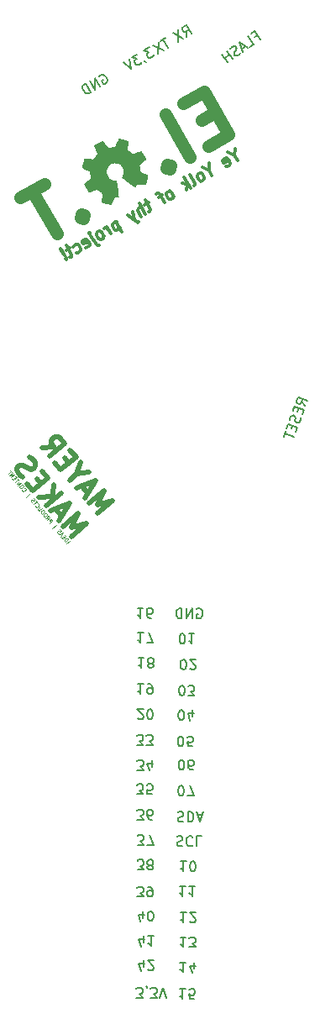
<source format=gbr>
G04 #@! TF.GenerationSoftware,KiCad,Pcbnew,5.1.5+dfsg1-2build2*
G04 #@! TF.CreationDate,2020-11-24T14:56:23+01:00*
G04 #@! TF.ProjectId,GreenEggs_and_Clem,47726565-6e45-4676-9773-5f616e645f43,v0.1*
G04 #@! TF.SameCoordinates,Original*
G04 #@! TF.FileFunction,Legend,Bot*
G04 #@! TF.FilePolarity,Positive*
%FSLAX46Y46*%
G04 Gerber Fmt 4.6, Leading zero omitted, Abs format (unit mm)*
G04 Created by KiCad (PCBNEW 5.1.5+dfsg1-2build2) date 2020-11-24 14:56:23*
%MOMM*%
%LPD*%
G04 APERTURE LIST*
%ADD10C,0.500000*%
%ADD11C,0.100000*%
%ADD12C,0.150000*%
%ADD13C,0.300000*%
%ADD14C,1.250000*%
%ADD15C,0.010000*%
G04 APERTURE END LIST*
D10*
X137680925Y-98706544D02*
X139213014Y-97420969D01*
X137690139Y-97828540D01*
X138355963Y-96399576D01*
X136823875Y-97685151D01*
X136710653Y-96661235D02*
X136098475Y-95931668D01*
X136395349Y-97174455D02*
X137498913Y-95378183D01*
X135538299Y-96153062D01*
X135594469Y-94738361D02*
X134864903Y-95350540D01*
X136825517Y-94575661D02*
X135594469Y-94738361D01*
X135968467Y-93554268D01*
X134810375Y-93655750D02*
X134381850Y-93145054D01*
X133395674Y-93599581D02*
X134007853Y-94329147D01*
X135539942Y-93043572D01*
X134927763Y-92314006D01*
X132110099Y-92067492D02*
X133268190Y-91966010D01*
X132844713Y-92942971D02*
X134376802Y-91657396D01*
X133887059Y-91073743D01*
X133691667Y-90989048D01*
X133557492Y-90977309D01*
X133350361Y-91026788D01*
X133131491Y-91210442D01*
X133046796Y-91405834D01*
X133035057Y-91540009D01*
X133084536Y-91747140D01*
X133574279Y-92330793D01*
X135060987Y-101029257D02*
X136593075Y-99743682D01*
X135070201Y-100151254D01*
X135736025Y-98722290D01*
X134203936Y-100007865D01*
X134090715Y-98983948D02*
X133478537Y-98254382D01*
X133775411Y-99497169D02*
X134878975Y-97700897D01*
X132918361Y-98475776D01*
X132489836Y-97965080D02*
X134021925Y-96679504D01*
X131755222Y-97089600D02*
X133181662Y-97011595D01*
X133287311Y-95804025D02*
X133146446Y-97414119D01*
X132006784Y-95759594D02*
X131578259Y-95248898D01*
X130592082Y-95703425D02*
X131204261Y-96432991D01*
X132736350Y-95147416D01*
X132124171Y-94417849D01*
X130175296Y-95058554D02*
X129918686Y-94900902D01*
X129612596Y-94536119D01*
X129563117Y-94328988D01*
X129574856Y-94194813D01*
X129659551Y-93999421D01*
X129805465Y-93876985D01*
X130012596Y-93827506D01*
X130146770Y-93839245D01*
X130342163Y-93923940D01*
X130659991Y-94154549D01*
X130855383Y-94239244D01*
X130989557Y-94250983D01*
X131196689Y-94201504D01*
X131342602Y-94079068D01*
X131427297Y-93883676D01*
X131439036Y-93749501D01*
X131389557Y-93542370D01*
X131083467Y-93177587D01*
X130826857Y-93019935D01*
D11*
X134568366Y-101724188D02*
X134874784Y-101467073D01*
X134445930Y-101578274D02*
X134752348Y-101321159D01*
X134691130Y-101248203D01*
X134639808Y-101216672D01*
X134586138Y-101211977D01*
X134544712Y-101221873D01*
X134474103Y-101256256D01*
X134430329Y-101292986D01*
X134384207Y-101356552D01*
X134367268Y-101395630D01*
X134362573Y-101449300D01*
X134384712Y-101505318D01*
X134445930Y-101578274D01*
X134349319Y-101137177D02*
X134263614Y-101035038D01*
X134066379Y-101125943D02*
X134188815Y-101271857D01*
X134495233Y-101014741D01*
X134372797Y-100868828D01*
X134055979Y-100935751D02*
X133933543Y-100789838D01*
X133992918Y-101038395D02*
X134213631Y-100679141D01*
X133821508Y-100834117D01*
X133762638Y-100734325D02*
X133711316Y-100702795D01*
X133650098Y-100629838D01*
X133640202Y-100588412D01*
X133642550Y-100561577D01*
X133659489Y-100522499D01*
X133688671Y-100498012D01*
X133730098Y-100488116D01*
X133756932Y-100490464D01*
X133796011Y-100507403D01*
X133859577Y-100553524D01*
X133898655Y-100570463D01*
X133925490Y-100572811D01*
X133966916Y-100562915D01*
X133996099Y-100538428D01*
X134013038Y-100499350D01*
X134015386Y-100472515D01*
X134005490Y-100431089D01*
X133944272Y-100358132D01*
X133892950Y-100326602D01*
X133131677Y-100219438D02*
X133569417Y-99852131D01*
X132854265Y-99681402D02*
X133160683Y-99424287D01*
X133062735Y-99307557D01*
X133023656Y-99290618D01*
X132996821Y-99288270D01*
X132955395Y-99298166D01*
X132911621Y-99334896D01*
X132894682Y-99373975D01*
X132892334Y-99400810D01*
X132902230Y-99442236D01*
X133000179Y-99558967D01*
X132450228Y-99199889D02*
X132681846Y-99179592D01*
X132597150Y-99374985D02*
X132903568Y-99117870D01*
X132805620Y-99001139D01*
X132766541Y-98984200D01*
X132739706Y-98981852D01*
X132698280Y-98991748D01*
X132654506Y-99028479D01*
X132637567Y-99067557D01*
X132635219Y-99094392D01*
X132645115Y-99135818D01*
X132743064Y-99252549D01*
X132597479Y-98753086D02*
X132548505Y-98694721D01*
X132509426Y-98677782D01*
X132455756Y-98673087D01*
X132385147Y-98707470D01*
X132283008Y-98793175D01*
X132236886Y-98856740D01*
X132232191Y-98910410D01*
X132242087Y-98951836D01*
X132291061Y-99010202D01*
X132330140Y-99027141D01*
X132383809Y-99031836D01*
X132454418Y-98997453D01*
X132556557Y-98911748D01*
X132602679Y-98848182D01*
X132607375Y-98794513D01*
X132597479Y-98753086D01*
X132070677Y-98747558D02*
X132377095Y-98490443D01*
X132315877Y-98417486D01*
X132264555Y-98385956D01*
X132210885Y-98381260D01*
X132169459Y-98391156D01*
X132098850Y-98425539D01*
X132055076Y-98462270D01*
X132008954Y-98525835D01*
X131992015Y-98564914D01*
X131987319Y-98618584D01*
X132009459Y-98674601D01*
X132070677Y-98747558D01*
X132119979Y-98184025D02*
X131871927Y-98392166D01*
X131830501Y-98402061D01*
X131803666Y-98399714D01*
X131764587Y-98382775D01*
X131715613Y-98324409D01*
X131705717Y-98282983D01*
X131708065Y-98256148D01*
X131725004Y-98217070D01*
X131973057Y-98008929D01*
X131426463Y-97920548D02*
X131424115Y-97947383D01*
X131446254Y-98003400D01*
X131470742Y-98032583D01*
X131522064Y-98064113D01*
X131575733Y-98068809D01*
X131617160Y-98058913D01*
X131687769Y-98024530D01*
X131731543Y-97987799D01*
X131777664Y-97924234D01*
X131794603Y-97885155D01*
X131799299Y-97831485D01*
X131777159Y-97775468D01*
X131752672Y-97746285D01*
X131701350Y-97714755D01*
X131674515Y-97712407D01*
X131630237Y-97600372D02*
X131483314Y-97425276D01*
X131250357Y-97769939D02*
X131556775Y-97512824D01*
X131118026Y-97582600D02*
X131066704Y-97551069D01*
X131005486Y-97478113D01*
X130995590Y-97436686D01*
X130997938Y-97409852D01*
X131014877Y-97370773D01*
X131044059Y-97346286D01*
X131085486Y-97336390D01*
X131112321Y-97338738D01*
X131151399Y-97355677D01*
X131214965Y-97401799D01*
X131254043Y-97418738D01*
X131280878Y-97421085D01*
X131322304Y-97411190D01*
X131351487Y-97386702D01*
X131368426Y-97347624D01*
X131370774Y-97320789D01*
X131360878Y-97279363D01*
X131299660Y-97206406D01*
X131248338Y-97174876D01*
X130487065Y-97067713D02*
X130924805Y-96700405D01*
X130091913Y-96330094D02*
X130089566Y-96356929D01*
X130111705Y-96412946D01*
X130136192Y-96442129D01*
X130187514Y-96473659D01*
X130241184Y-96478355D01*
X130282610Y-96468459D01*
X130353219Y-96434076D01*
X130396993Y-96397345D01*
X130443115Y-96333779D01*
X130460054Y-96294701D01*
X130464749Y-96241031D01*
X130442610Y-96185014D01*
X130418123Y-96155831D01*
X130366801Y-96124301D01*
X130339966Y-96121953D01*
X130209982Y-95907779D02*
X130161008Y-95849413D01*
X130121929Y-95832474D01*
X130068259Y-95827779D01*
X129997651Y-95862162D01*
X129895511Y-95947867D01*
X129849390Y-96011432D01*
X129844694Y-96065102D01*
X129854590Y-96106528D01*
X129903564Y-96164894D01*
X129942643Y-96181833D01*
X129996312Y-96186528D01*
X130066921Y-96152145D01*
X130169061Y-96066440D01*
X130215182Y-96002875D01*
X130219878Y-95949205D01*
X130209982Y-95907779D01*
X129683180Y-95902250D02*
X129989598Y-95645135D01*
X129536257Y-95727154D01*
X129842675Y-95470039D01*
X129756970Y-95367900D02*
X129610047Y-95192804D01*
X129377091Y-95537467D02*
X129683508Y-95280352D01*
X129378429Y-95213100D02*
X129292724Y-95110961D01*
X129095488Y-95201866D02*
X129217924Y-95347780D01*
X129524342Y-95090664D01*
X129401906Y-94944751D01*
X128985296Y-95070544D02*
X129291714Y-94813429D01*
X128838373Y-94895449D01*
X129144791Y-94638333D01*
X129059086Y-94536194D02*
X128912163Y-94361098D01*
X128679207Y-94705761D02*
X128985625Y-94448646D01*
D12*
X146650528Y-50658440D02*
X146701107Y-50079380D01*
X147145399Y-50372725D02*
X146645399Y-49506700D01*
X146315485Y-49697176D01*
X146256816Y-49786034D01*
X146239386Y-49851083D01*
X146245766Y-49957371D01*
X146317194Y-50081089D01*
X146406053Y-50139758D01*
X146471101Y-50157188D01*
X146577390Y-50150808D01*
X146907304Y-49960332D01*
X145861852Y-49959081D02*
X145784502Y-51158440D01*
X145284502Y-50292414D02*
X146361852Y-50825106D01*
X144576019Y-50784795D02*
X144081147Y-51070509D01*
X144828583Y-51793678D02*
X144328583Y-50927652D01*
X143874951Y-51189557D02*
X143797600Y-52388916D01*
X143297600Y-51522890D02*
X144374951Y-52055582D01*
X142924608Y-51717652D02*
X142388497Y-52027176D01*
X142867649Y-52190424D01*
X142743931Y-52261852D01*
X142685262Y-52350711D01*
X142667832Y-52415760D01*
X142674212Y-52522048D01*
X142793259Y-52728244D01*
X142882118Y-52786913D01*
X142947167Y-52804343D01*
X143053455Y-52797963D01*
X143300891Y-52655106D01*
X143359560Y-52566248D01*
X143376989Y-52501199D01*
X142452295Y-53090057D02*
X142476104Y-53131297D01*
X142564963Y-53189966D01*
X142630012Y-53207396D01*
X141687429Y-52431938D02*
X141151318Y-52741462D01*
X141630470Y-52904710D01*
X141506752Y-52976138D01*
X141448083Y-53064996D01*
X141430653Y-53130045D01*
X141437033Y-53236333D01*
X141556080Y-53442530D01*
X141644939Y-53501199D01*
X141709987Y-53518629D01*
X141816276Y-53512249D01*
X142063711Y-53369392D01*
X142122380Y-53280534D01*
X142139810Y-53215485D01*
X140903882Y-52884319D02*
X141115207Y-53917011D01*
X140326532Y-53217652D01*
X137859828Y-54646034D02*
X137918497Y-54557176D01*
X138042215Y-54485747D01*
X138189743Y-54455558D01*
X138319840Y-54490418D01*
X138408699Y-54549087D01*
X138545176Y-54690235D01*
X138616605Y-54813952D01*
X138670604Y-55002719D01*
X138676983Y-55109007D01*
X138642124Y-55239105D01*
X138542215Y-55351773D01*
X138459737Y-55399392D01*
X138312209Y-55429581D01*
X138247161Y-55412151D01*
X138080494Y-55123476D01*
X138245451Y-55028238D01*
X137923626Y-55708916D02*
X137423626Y-54842890D01*
X137428754Y-55994630D01*
X136928754Y-55128605D01*
X137016361Y-56232725D02*
X136516361Y-55366700D01*
X136310165Y-55485747D01*
X136210256Y-55598415D01*
X136175397Y-55728513D01*
X136181776Y-55834801D01*
X136235775Y-56023568D01*
X136307204Y-56147286D01*
X136443681Y-56288434D01*
X136532539Y-56347103D01*
X136662637Y-56381962D01*
X136810165Y-56351773D01*
X137016361Y-56232725D01*
D13*
X151517506Y-62650970D02*
X151803221Y-63145842D01*
X151549631Y-61906611D02*
X151517506Y-62650970D01*
X150856810Y-62306611D01*
X150685932Y-63724926D02*
X150813477Y-63717270D01*
X151011426Y-63602985D01*
X151081829Y-63496355D01*
X151074173Y-63368809D01*
X150845602Y-62972912D01*
X150738972Y-62902509D01*
X150611426Y-62910164D01*
X150413477Y-63024450D01*
X150343074Y-63131080D01*
X150350730Y-63258626D01*
X150407873Y-63357600D01*
X150959887Y-63170860D01*
X148944174Y-64136684D02*
X149229888Y-64631556D01*
X148976298Y-63392326D02*
X148944174Y-64136684D01*
X148283478Y-63792326D01*
X148388606Y-65117270D02*
X148459009Y-65010640D01*
X148479925Y-64932582D01*
X148472269Y-64805036D01*
X148300841Y-64508113D01*
X148194211Y-64437710D01*
X148116152Y-64416794D01*
X147988606Y-64424450D01*
X147840145Y-64510164D01*
X147769742Y-64616794D01*
X147748826Y-64694853D01*
X147756482Y-64822399D01*
X147927910Y-65119322D01*
X148034540Y-65189725D01*
X148112599Y-65210640D01*
X148240145Y-65202985D01*
X148388606Y-65117270D01*
X147448350Y-65660128D02*
X147518753Y-65553498D01*
X147511097Y-65425952D01*
X146996812Y-64535183D01*
X147052453Y-65888699D02*
X146452453Y-64849469D01*
X146724907Y-65549945D02*
X146656555Y-66117270D01*
X146256555Y-65424450D02*
X146881024Y-65591776D01*
X145270915Y-66917270D02*
X145341318Y-66810640D01*
X145362233Y-66732582D01*
X145354578Y-66605036D01*
X145183149Y-66308113D01*
X145076519Y-66237710D01*
X144998460Y-66216794D01*
X144870915Y-66224450D01*
X144722453Y-66310164D01*
X144652050Y-66416794D01*
X144631135Y-66494853D01*
X144638790Y-66622399D01*
X144810219Y-66919322D01*
X144916849Y-66989725D01*
X144994907Y-67010640D01*
X145122453Y-67002985D01*
X145270915Y-66917270D01*
X144227582Y-66595879D02*
X143831684Y-66824450D01*
X144479120Y-67374413D02*
X143964834Y-66483644D01*
X143858204Y-66413241D01*
X143730659Y-66420897D01*
X143631684Y-66478040D01*
X142841941Y-67395879D02*
X142446044Y-67624450D01*
X142493479Y-67135183D02*
X143007765Y-68025952D01*
X143015421Y-68153498D01*
X142945018Y-68260128D01*
X142846044Y-68317270D01*
X142499633Y-68517270D02*
X141899633Y-67478040D01*
X142054249Y-68774413D02*
X141739963Y-68230054D01*
X141732308Y-68102509D01*
X141802710Y-67995879D01*
X141951172Y-67910164D01*
X142078718Y-67902509D01*
X142156776Y-67923424D01*
X141258352Y-68310164D02*
X141410916Y-69145842D01*
X140763480Y-68595879D02*
X141410916Y-69145842D01*
X141652747Y-69336135D01*
X141730806Y-69357051D01*
X141858352Y-69349395D01*
X139575788Y-69281593D02*
X140175788Y-70320823D01*
X139604359Y-69331080D02*
X139476814Y-69338736D01*
X139278865Y-69453022D01*
X139208462Y-69559652D01*
X139187546Y-69637710D01*
X139195202Y-69765256D01*
X139366631Y-70062179D01*
X139473261Y-70132582D01*
X139551319Y-70153498D01*
X139678865Y-70145842D01*
X139876814Y-70031556D01*
X139947217Y-69924926D01*
X139035532Y-70517270D02*
X138635532Y-69824450D01*
X138749818Y-70022399D02*
X138643187Y-69951996D01*
X138565129Y-69931080D01*
X138437583Y-69938736D01*
X138338609Y-69995879D01*
X138243737Y-70974413D02*
X138314140Y-70867783D01*
X138335056Y-70789725D01*
X138327400Y-70662179D01*
X138155972Y-70365256D01*
X138049342Y-70294853D01*
X137971283Y-70273937D01*
X137843737Y-70281593D01*
X137695276Y-70367307D01*
X137624873Y-70473937D01*
X137603957Y-70551996D01*
X137611613Y-70679542D01*
X137783041Y-70976465D01*
X137889671Y-71046868D01*
X137967730Y-71067783D01*
X138095276Y-71060128D01*
X138243737Y-70974413D01*
X137051942Y-70738736D02*
X137566228Y-71629505D01*
X137672858Y-71699908D01*
X137800404Y-71692252D01*
X137849891Y-71663681D01*
X136851942Y-70392326D02*
X136930001Y-70413241D01*
X136909085Y-70491300D01*
X136831027Y-70470384D01*
X136851942Y-70392326D01*
X136909085Y-70491300D01*
X136532602Y-71896355D02*
X136660148Y-71888699D01*
X136858097Y-71774413D01*
X136928499Y-71667783D01*
X136920844Y-71540238D01*
X136692272Y-71144340D01*
X136585642Y-71073937D01*
X136458097Y-71081593D01*
X136260148Y-71195879D01*
X136189745Y-71302509D01*
X136197401Y-71430054D01*
X136254543Y-71529029D01*
X136806558Y-71342289D01*
X135592346Y-72439212D02*
X135719892Y-72431556D01*
X135917840Y-72317270D01*
X135988243Y-72210640D01*
X136009159Y-72132582D01*
X136001503Y-72005036D01*
X135830075Y-71708113D01*
X135723445Y-71637710D01*
X135645386Y-71616794D01*
X135517840Y-71624450D01*
X135319892Y-71738736D01*
X135249489Y-71845366D01*
X134923994Y-71967307D02*
X134528097Y-72195879D01*
X134575533Y-71706611D02*
X135089819Y-72597380D01*
X135097474Y-72724926D01*
X135027071Y-72831556D01*
X134928097Y-72888699D01*
X134524544Y-72989725D02*
X134503628Y-73067783D01*
X134581687Y-73088699D01*
X134602603Y-73010640D01*
X134524544Y-72989725D01*
X134581687Y-73088699D01*
X134353115Y-72692802D02*
X134059745Y-72070384D01*
X133981687Y-72049469D01*
X133960771Y-72127527D01*
X134353115Y-72692802D01*
X133981687Y-72049469D01*
D14*
X149620977Y-58242133D02*
X148177601Y-59075467D01*
X148868535Y-61700771D02*
X150930501Y-60510295D01*
X148430501Y-56180168D01*
X146368535Y-57370644D01*
X147012767Y-62772200D02*
X144512767Y-58442073D01*
X144712706Y-63550283D02*
X144625557Y-63875527D01*
X144950801Y-63962676D01*
X145037950Y-63637432D01*
X144712706Y-63550283D01*
X144950801Y-63962676D01*
X136052452Y-68550283D02*
X135965303Y-68875527D01*
X136290547Y-68962676D01*
X136377696Y-68637432D01*
X136052452Y-68550283D01*
X136290547Y-68962676D01*
X132347172Y-65465882D02*
X129872813Y-66894454D01*
X133609993Y-70510295D02*
X131109993Y-66180168D01*
D12*
X141690474Y-137327616D02*
X142309521Y-137327616D01*
X141976188Y-136946663D01*
X142119045Y-136946663D01*
X142214283Y-136899044D01*
X142261902Y-136851425D01*
X142309521Y-136756187D01*
X142309521Y-136518092D01*
X142261902Y-136422854D01*
X142214283Y-136375235D01*
X142119045Y-136327616D01*
X141833331Y-136327616D01*
X141738093Y-136375235D01*
X141690474Y-136422854D01*
X142785712Y-136327616D02*
X142976188Y-136327616D01*
X143071426Y-136375235D01*
X143119045Y-136422854D01*
X143214283Y-136565711D01*
X143261902Y-136756187D01*
X143261902Y-137137139D01*
X143214283Y-137232377D01*
X143166664Y-137279997D01*
X143071426Y-137327616D01*
X142880950Y-137327616D01*
X142785712Y-137279997D01*
X142738093Y-137232377D01*
X142690474Y-137137139D01*
X142690474Y-136899044D01*
X142738093Y-136803806D01*
X142785712Y-136756187D01*
X142880950Y-136708568D01*
X143071426Y-136708568D01*
X143166664Y-136756187D01*
X143214283Y-136803806D01*
X143261902Y-136899044D01*
X141700475Y-129557618D02*
X142319522Y-129557618D01*
X141986189Y-129176665D01*
X142129046Y-129176665D01*
X142224284Y-129129046D01*
X142271903Y-129081427D01*
X142319522Y-128986189D01*
X142319522Y-128748094D01*
X142271903Y-128652856D01*
X142224284Y-128605237D01*
X142129046Y-128557618D01*
X141843332Y-128557618D01*
X141748094Y-128605237D01*
X141700475Y-128652856D01*
X143176665Y-129557618D02*
X142986189Y-129557618D01*
X142890951Y-129509999D01*
X142843332Y-129462379D01*
X142748094Y-129319522D01*
X142700475Y-129129046D01*
X142700475Y-128748094D01*
X142748094Y-128652856D01*
X142795713Y-128605237D01*
X142890951Y-128557618D01*
X143081427Y-128557618D01*
X143176665Y-128605237D01*
X143224284Y-128652856D01*
X143271903Y-128748094D01*
X143271903Y-128986189D01*
X143224284Y-129081427D01*
X143176665Y-129129046D01*
X143081427Y-129176665D01*
X142890951Y-129176665D01*
X142795713Y-129129046D01*
X142748094Y-129081427D01*
X142700475Y-128986189D01*
X142314284Y-144424284D02*
X142314284Y-143757618D01*
X142076189Y-144805237D02*
X141838094Y-144090951D01*
X142457141Y-144090951D01*
X142790475Y-144662379D02*
X142838094Y-144709999D01*
X142933332Y-144757618D01*
X143171427Y-144757618D01*
X143266665Y-144709999D01*
X143314284Y-144662379D01*
X143361903Y-144567141D01*
X143361903Y-144471903D01*
X143314284Y-144329046D01*
X142742856Y-143757618D01*
X143361903Y-143757618D01*
X141700478Y-124577618D02*
X142319525Y-124577618D01*
X141986192Y-124196665D01*
X142129049Y-124196665D01*
X142224287Y-124149046D01*
X142271906Y-124101427D01*
X142319525Y-124006189D01*
X142319525Y-123768094D01*
X142271906Y-123672856D01*
X142224287Y-123625237D01*
X142129049Y-123577618D01*
X141843335Y-123577618D01*
X141748097Y-123625237D01*
X141700478Y-123672856D01*
X143176668Y-124244284D02*
X143176668Y-123577618D01*
X142938573Y-124625237D02*
X142700478Y-123910951D01*
X143319525Y-123910951D01*
X142284285Y-139464285D02*
X142284285Y-138797619D01*
X142046190Y-139845238D02*
X141808095Y-139130952D01*
X142427142Y-139130952D01*
X142998571Y-139797619D02*
X143093809Y-139797619D01*
X143189047Y-139750000D01*
X143236666Y-139702380D01*
X143284285Y-139607142D01*
X143331904Y-139416666D01*
X143331904Y-139178571D01*
X143284285Y-138988095D01*
X143236666Y-138892857D01*
X143189047Y-138845238D01*
X143093809Y-138797619D01*
X142998571Y-138797619D01*
X142903333Y-138845238D01*
X142855714Y-138892857D01*
X142808095Y-138988095D01*
X142760476Y-139178571D01*
X142760476Y-139416666D01*
X142808095Y-139607142D01*
X142855714Y-139702380D01*
X142903333Y-139750000D01*
X142998571Y-139797619D01*
X141720474Y-132097618D02*
X142339521Y-132097618D01*
X142006188Y-131716665D01*
X142149045Y-131716665D01*
X142244283Y-131669046D01*
X142291902Y-131621427D01*
X142339521Y-131526189D01*
X142339521Y-131288094D01*
X142291902Y-131192856D01*
X142244283Y-131145237D01*
X142149045Y-131097618D01*
X141863331Y-131097618D01*
X141768093Y-131145237D01*
X141720474Y-131192856D01*
X142672855Y-132097618D02*
X143339521Y-132097618D01*
X142910950Y-131097618D01*
X141720478Y-134617619D02*
X142339525Y-134617619D01*
X142006192Y-134236666D01*
X142149049Y-134236666D01*
X142244287Y-134189047D01*
X142291906Y-134141428D01*
X142339525Y-134046190D01*
X142339525Y-133808095D01*
X142291906Y-133712857D01*
X142244287Y-133665238D01*
X142149049Y-133617619D01*
X141863335Y-133617619D01*
X141768097Y-133665238D01*
X141720478Y-133712857D01*
X142910954Y-134189047D02*
X142815716Y-134236666D01*
X142768097Y-134284285D01*
X142720478Y-134379523D01*
X142720478Y-134427142D01*
X142768097Y-134522380D01*
X142815716Y-134570000D01*
X142910954Y-134617619D01*
X143101430Y-134617619D01*
X143196668Y-134570000D01*
X143244287Y-134522380D01*
X143291906Y-134427142D01*
X143291906Y-134379523D01*
X143244287Y-134284285D01*
X143196668Y-134236666D01*
X143101430Y-134189047D01*
X142910954Y-134189047D01*
X142815716Y-134141428D01*
X142768097Y-134093809D01*
X142720478Y-133998571D01*
X142720478Y-133808095D01*
X142768097Y-133712857D01*
X142815716Y-133665238D01*
X142910954Y-133617619D01*
X143101430Y-133617619D01*
X143196668Y-133665238D01*
X143244287Y-133712857D01*
X143291906Y-133808095D01*
X143291906Y-133998571D01*
X143244287Y-134093809D01*
X143196668Y-134141428D01*
X143101430Y-134189047D01*
X141680471Y-126997617D02*
X142299518Y-126997617D01*
X141966185Y-126616664D01*
X142109042Y-126616664D01*
X142204280Y-126569045D01*
X142251899Y-126521426D01*
X142299518Y-126426188D01*
X142299518Y-126188093D01*
X142251899Y-126092855D01*
X142204280Y-126045236D01*
X142109042Y-125997617D01*
X141823328Y-125997617D01*
X141728090Y-126045236D01*
X141680471Y-126092855D01*
X143204280Y-126997617D02*
X142728090Y-126997617D01*
X142680471Y-126521426D01*
X142728090Y-126569045D01*
X142823328Y-126616664D01*
X143061423Y-126616664D01*
X143156661Y-126569045D01*
X143204280Y-126521426D01*
X143251899Y-126426188D01*
X143251899Y-126188093D01*
X143204280Y-126092855D01*
X143156661Y-126045236D01*
X143061423Y-125997617D01*
X142823328Y-125997617D01*
X142728090Y-126045236D01*
X142680471Y-126092855D01*
X142309523Y-115887619D02*
X141738095Y-115887619D01*
X142023809Y-115887619D02*
X142023809Y-116887619D01*
X141928571Y-116744761D01*
X141833333Y-116649523D01*
X141738095Y-116601904D01*
X142785714Y-115887619D02*
X142976190Y-115887619D01*
X143071428Y-115935238D01*
X143119047Y-115982857D01*
X143214285Y-116125714D01*
X143261904Y-116316190D01*
X143261904Y-116697142D01*
X143214285Y-116792380D01*
X143166666Y-116840000D01*
X143071428Y-116887619D01*
X142880952Y-116887619D01*
X142785714Y-116840000D01*
X142738095Y-116792380D01*
X142690476Y-116697142D01*
X142690476Y-116459047D01*
X142738095Y-116363809D01*
X142785714Y-116316190D01*
X142880952Y-116268571D01*
X143071428Y-116268571D01*
X143166666Y-116316190D01*
X143214285Y-116363809D01*
X143261904Y-116459047D01*
X142314287Y-141964286D02*
X142314287Y-141297620D01*
X142076192Y-142345239D02*
X141838097Y-141630953D01*
X142457144Y-141630953D01*
X143361906Y-141297620D02*
X142790478Y-141297620D01*
X143076192Y-141297620D02*
X143076192Y-142297620D01*
X142980954Y-142154762D01*
X142885716Y-142059524D01*
X142790478Y-142011905D01*
X141623809Y-147517619D02*
X142242857Y-147517619D01*
X141909523Y-147136666D01*
X142052380Y-147136666D01*
X142147619Y-147089047D01*
X142195238Y-147041428D01*
X142242857Y-146946190D01*
X142242857Y-146708095D01*
X142195238Y-146612857D01*
X142147619Y-146565238D01*
X142052380Y-146517619D01*
X141766666Y-146517619D01*
X141671428Y-146565238D01*
X141623809Y-146612857D01*
X142719047Y-146565238D02*
X142719047Y-146517619D01*
X142671428Y-146422380D01*
X142623809Y-146374761D01*
X143052380Y-147517619D02*
X143671428Y-147517619D01*
X143338095Y-147136666D01*
X143480952Y-147136666D01*
X143576190Y-147089047D01*
X143623809Y-147041428D01*
X143671428Y-146946190D01*
X143671428Y-146708095D01*
X143623809Y-146612857D01*
X143576190Y-146565238D01*
X143480952Y-146517619D01*
X143195238Y-146517619D01*
X143100000Y-146565238D01*
X143052380Y-146612857D01*
X143957142Y-147517619D02*
X144290476Y-146517619D01*
X144623809Y-147517619D01*
X141670476Y-122037617D02*
X142289523Y-122037617D01*
X141956190Y-121656664D01*
X142099047Y-121656664D01*
X142194285Y-121609045D01*
X142241904Y-121561426D01*
X142289523Y-121466188D01*
X142289523Y-121228093D01*
X142241904Y-121132855D01*
X142194285Y-121085236D01*
X142099047Y-121037617D01*
X141813333Y-121037617D01*
X141718095Y-121085236D01*
X141670476Y-121132855D01*
X142622857Y-122037617D02*
X143241904Y-122037617D01*
X142908571Y-121656664D01*
X143051428Y-121656664D01*
X143146666Y-121609045D01*
X143194285Y-121561426D01*
X143241904Y-121466188D01*
X143241904Y-121228093D01*
X143194285Y-121132855D01*
X143146666Y-121085236D01*
X143051428Y-121037617D01*
X142765714Y-121037617D01*
X142670476Y-121085236D01*
X142622857Y-121132855D01*
X142389524Y-113267616D02*
X141818096Y-113267616D01*
X142103810Y-113267616D02*
X142103810Y-114267616D01*
X142008572Y-114124758D01*
X141913334Y-114029520D01*
X141818096Y-113981901D01*
X142960953Y-113839044D02*
X142865715Y-113886663D01*
X142818096Y-113934282D01*
X142770477Y-114029520D01*
X142770477Y-114077139D01*
X142818096Y-114172377D01*
X142865715Y-114219997D01*
X142960953Y-114267616D01*
X143151429Y-114267616D01*
X143246667Y-114219997D01*
X143294286Y-114172377D01*
X143341905Y-114077139D01*
X143341905Y-114029520D01*
X143294286Y-113934282D01*
X143246667Y-113886663D01*
X143151429Y-113839044D01*
X142960953Y-113839044D01*
X142865715Y-113791425D01*
X142818096Y-113743806D01*
X142770477Y-113648568D01*
X142770477Y-113458092D01*
X142818096Y-113362854D01*
X142865715Y-113315235D01*
X142960953Y-113267616D01*
X143151429Y-113267616D01*
X143246667Y-113315235D01*
X143294286Y-113362854D01*
X143341905Y-113458092D01*
X143341905Y-113648568D01*
X143294286Y-113743806D01*
X143246667Y-113791425D01*
X143151429Y-113839044D01*
X142289524Y-108247615D02*
X141718096Y-108247615D01*
X142003810Y-108247615D02*
X142003810Y-109247615D01*
X141908572Y-109104757D01*
X141813334Y-109009519D01*
X141718096Y-108961900D01*
X143146667Y-109247615D02*
X142956191Y-109247615D01*
X142860953Y-109199996D01*
X142813334Y-109152376D01*
X142718096Y-109009519D01*
X142670477Y-108819043D01*
X142670477Y-108438091D01*
X142718096Y-108342853D01*
X142765715Y-108295234D01*
X142860953Y-108247615D01*
X143051429Y-108247615D01*
X143146667Y-108295234D01*
X143194286Y-108342853D01*
X143241905Y-108438091D01*
X143241905Y-108676186D01*
X143194286Y-108771424D01*
X143146667Y-108819043D01*
X143051429Y-108866662D01*
X142860953Y-108866662D01*
X142765715Y-108819043D01*
X142718096Y-108771424D01*
X142670477Y-108676186D01*
X142319525Y-110747618D02*
X141748097Y-110747618D01*
X142033811Y-110747618D02*
X142033811Y-111747618D01*
X141938573Y-111604760D01*
X141843335Y-111509522D01*
X141748097Y-111461903D01*
X142652859Y-111747618D02*
X143319525Y-111747618D01*
X142890954Y-110747618D01*
X141758091Y-119352382D02*
X141805710Y-119400002D01*
X141900948Y-119447621D01*
X142139043Y-119447621D01*
X142234281Y-119400002D01*
X142281900Y-119352382D01*
X142329519Y-119257144D01*
X142329519Y-119161906D01*
X142281900Y-119019049D01*
X141710472Y-118447621D01*
X142329519Y-118447621D01*
X142948567Y-119447621D02*
X143043805Y-119447621D01*
X143139043Y-119400002D01*
X143186662Y-119352382D01*
X143234281Y-119257144D01*
X143281900Y-119066668D01*
X143281900Y-118828573D01*
X143234281Y-118638097D01*
X143186662Y-118542859D01*
X143139043Y-118495240D01*
X143043805Y-118447621D01*
X142948567Y-118447621D01*
X142853329Y-118495240D01*
X142805710Y-118542859D01*
X142758091Y-118638097D01*
X142710472Y-118828573D01*
X142710472Y-119066668D01*
X142758091Y-119257144D01*
X142805710Y-119352382D01*
X142853329Y-119400002D01*
X142948567Y-119447621D01*
X146306188Y-114427621D02*
X146401426Y-114427621D01*
X146496664Y-114380002D01*
X146544283Y-114332382D01*
X146591902Y-114237144D01*
X146639521Y-114046668D01*
X146639521Y-113808573D01*
X146591902Y-113618097D01*
X146544283Y-113522859D01*
X146496664Y-113475240D01*
X146401426Y-113427621D01*
X146306188Y-113427621D01*
X146210950Y-113475240D01*
X146163331Y-113522859D01*
X146115712Y-113618097D01*
X146068093Y-113808573D01*
X146068093Y-114046668D01*
X146115712Y-114237144D01*
X146163331Y-114332382D01*
X146210950Y-114380002D01*
X146306188Y-114427621D01*
X147020474Y-114332382D02*
X147068093Y-114380002D01*
X147163331Y-114427621D01*
X147401426Y-114427621D01*
X147496664Y-114380002D01*
X147544283Y-114332382D01*
X147591902Y-114237144D01*
X147591902Y-114141906D01*
X147544283Y-113999049D01*
X146972855Y-113427621D01*
X147591902Y-113427621D01*
X146186190Y-111837619D02*
X146281428Y-111837619D01*
X146376666Y-111790000D01*
X146424285Y-111742380D01*
X146471904Y-111647142D01*
X146519523Y-111456666D01*
X146519523Y-111218571D01*
X146471904Y-111028095D01*
X146424285Y-110932857D01*
X146376666Y-110885238D01*
X146281428Y-110837619D01*
X146186190Y-110837619D01*
X146090952Y-110885238D01*
X146043333Y-110932857D01*
X145995714Y-111028095D01*
X145948095Y-111218571D01*
X145948095Y-111456666D01*
X145995714Y-111647142D01*
X146043333Y-111742380D01*
X146090952Y-111790000D01*
X146186190Y-111837619D01*
X147471904Y-110837619D02*
X146900476Y-110837619D01*
X147186190Y-110837619D02*
X147186190Y-111837619D01*
X147090952Y-111694761D01*
X146995714Y-111599523D01*
X146900476Y-111551904D01*
X146076187Y-127157622D02*
X146171425Y-127157622D01*
X146266663Y-127110003D01*
X146314282Y-127062383D01*
X146361901Y-126967145D01*
X146409520Y-126776669D01*
X146409520Y-126538574D01*
X146361901Y-126348098D01*
X146314282Y-126252860D01*
X146266663Y-126205241D01*
X146171425Y-126157622D01*
X146076187Y-126157622D01*
X145980949Y-126205241D01*
X145933330Y-126252860D01*
X145885711Y-126348098D01*
X145838092Y-126538574D01*
X145838092Y-126776669D01*
X145885711Y-126967145D01*
X145933330Y-127062383D01*
X145980949Y-127110003D01*
X146076187Y-127157622D01*
X146742854Y-127157622D02*
X147409520Y-127157622D01*
X146980949Y-126157622D01*
X145699517Y-131285236D02*
X145842374Y-131237617D01*
X146080470Y-131237617D01*
X146175708Y-131285236D01*
X146223327Y-131332855D01*
X146270946Y-131428093D01*
X146270946Y-131523331D01*
X146223327Y-131618569D01*
X146175708Y-131666188D01*
X146080470Y-131713807D01*
X145889994Y-131761426D01*
X145794755Y-131809045D01*
X145747136Y-131856664D01*
X145699517Y-131951902D01*
X145699517Y-132047140D01*
X145747136Y-132142378D01*
X145794755Y-132189998D01*
X145889994Y-132237617D01*
X146128089Y-132237617D01*
X146270946Y-132189998D01*
X147270946Y-131332855D02*
X147223327Y-131285236D01*
X147080470Y-131237617D01*
X146985232Y-131237617D01*
X146842374Y-131285236D01*
X146747136Y-131380474D01*
X146699517Y-131475712D01*
X146651898Y-131666188D01*
X146651898Y-131809045D01*
X146699517Y-131999521D01*
X146747136Y-132094759D01*
X146842374Y-132189998D01*
X146985232Y-132237617D01*
X147080470Y-132237617D01*
X147223327Y-132189998D01*
X147270946Y-132142378D01*
X148175708Y-131237617D02*
X147699517Y-131237617D01*
X147699517Y-132237617D01*
X146549530Y-146637619D02*
X145978102Y-146637619D01*
X146263816Y-146637619D02*
X146263816Y-147637619D01*
X146168578Y-147494761D01*
X146073340Y-147399523D01*
X145978102Y-147351904D01*
X147454292Y-147637619D02*
X146978102Y-147637619D01*
X146930483Y-147161428D01*
X146978102Y-147209047D01*
X147073340Y-147256666D01*
X147311435Y-147256666D01*
X147406673Y-147209047D01*
X147454292Y-147161428D01*
X147501911Y-147066190D01*
X147501911Y-146828095D01*
X147454292Y-146732857D01*
X147406673Y-146685238D01*
X147311435Y-146637619D01*
X147073340Y-146637619D01*
X146978102Y-146685238D01*
X146930483Y-146732857D01*
X146096197Y-119537620D02*
X146191435Y-119537620D01*
X146286673Y-119490001D01*
X146334292Y-119442381D01*
X146381911Y-119347143D01*
X146429530Y-119156667D01*
X146429530Y-118918572D01*
X146381911Y-118728096D01*
X146334292Y-118632858D01*
X146286673Y-118585239D01*
X146191435Y-118537620D01*
X146096197Y-118537620D01*
X146000959Y-118585239D01*
X145953340Y-118632858D01*
X145905721Y-118728096D01*
X145858102Y-118918572D01*
X145858102Y-119156667D01*
X145905721Y-119347143D01*
X145953340Y-119442381D01*
X146000959Y-119490001D01*
X146096197Y-119537620D01*
X147286673Y-119204286D02*
X147286673Y-118537620D01*
X147048578Y-119585239D02*
X146810483Y-118870953D01*
X147429530Y-118870953D01*
X146599523Y-143957620D02*
X146028095Y-143957620D01*
X146313809Y-143957620D02*
X146313809Y-144957620D01*
X146218571Y-144814762D01*
X146123333Y-144719524D01*
X146028095Y-144671905D01*
X147456666Y-144624286D02*
X147456666Y-143957620D01*
X147218571Y-145005239D02*
X146980476Y-144290953D01*
X147599523Y-144290953D01*
X146036179Y-122177621D02*
X146131417Y-122177621D01*
X146226655Y-122130002D01*
X146274274Y-122082382D01*
X146321893Y-121987144D01*
X146369512Y-121796668D01*
X146369512Y-121558573D01*
X146321893Y-121368097D01*
X146274274Y-121272859D01*
X146226655Y-121225240D01*
X146131417Y-121177621D01*
X146036179Y-121177621D01*
X145940941Y-121225240D01*
X145893322Y-121272859D01*
X145845703Y-121368097D01*
X145798084Y-121558573D01*
X145798084Y-121796668D01*
X145845703Y-121987144D01*
X145893322Y-122082382D01*
X145940941Y-122130002D01*
X146036179Y-122177621D01*
X147274274Y-122177621D02*
X146798084Y-122177621D01*
X146750465Y-121701430D01*
X146798084Y-121749049D01*
X146893322Y-121796668D01*
X147131417Y-121796668D01*
X147226655Y-121749049D01*
X147274274Y-121701430D01*
X147321893Y-121606192D01*
X147321893Y-121368097D01*
X147274274Y-121272859D01*
X147226655Y-121225240D01*
X147131417Y-121177621D01*
X146893322Y-121177621D01*
X146798084Y-121225240D01*
X146750465Y-121272859D01*
X146156190Y-117047619D02*
X146251428Y-117047619D01*
X146346666Y-117000000D01*
X146394285Y-116952380D01*
X146441904Y-116857142D01*
X146489523Y-116666666D01*
X146489523Y-116428571D01*
X146441904Y-116238095D01*
X146394285Y-116142857D01*
X146346666Y-116095238D01*
X146251428Y-116047619D01*
X146156190Y-116047619D01*
X146060952Y-116095238D01*
X146013333Y-116142857D01*
X145965714Y-116238095D01*
X145918095Y-116428571D01*
X145918095Y-116666666D01*
X145965714Y-116857142D01*
X146013333Y-116952380D01*
X146060952Y-117000000D01*
X146156190Y-117047619D01*
X146822857Y-117047619D02*
X147441904Y-117047619D01*
X147108571Y-116666666D01*
X147251428Y-116666666D01*
X147346666Y-116619047D01*
X147394285Y-116571428D01*
X147441904Y-116476190D01*
X147441904Y-116238095D01*
X147394285Y-116142857D01*
X147346666Y-116095238D01*
X147251428Y-116047619D01*
X146965714Y-116047619D01*
X146870476Y-116095238D01*
X146822857Y-116142857D01*
X146619520Y-141407622D02*
X146048092Y-141407622D01*
X146333806Y-141407622D02*
X146333806Y-142407622D01*
X146238568Y-142264764D01*
X146143330Y-142169526D01*
X146048092Y-142121907D01*
X146952854Y-142407622D02*
X147571901Y-142407622D01*
X147238568Y-142026669D01*
X147381425Y-142026669D01*
X147476663Y-141979050D01*
X147524282Y-141931431D01*
X147571901Y-141836193D01*
X147571901Y-141598098D01*
X147524282Y-141502860D01*
X147476663Y-141455241D01*
X147381425Y-141407622D01*
X147095711Y-141407622D01*
X147000473Y-141455241D01*
X146952854Y-141502860D01*
X146569523Y-136277619D02*
X145998095Y-136277619D01*
X146283809Y-136277619D02*
X146283809Y-137277619D01*
X146188571Y-137134761D01*
X146093333Y-137039523D01*
X145998095Y-136991904D01*
X147521904Y-136277619D02*
X146950476Y-136277619D01*
X147236190Y-136277619D02*
X147236190Y-137277619D01*
X147140952Y-137134761D01*
X147045714Y-137039523D01*
X146950476Y-136991904D01*
X146649520Y-138937616D02*
X146078092Y-138937616D01*
X146363806Y-138937616D02*
X146363806Y-139937616D01*
X146268568Y-139794758D01*
X146173330Y-139699520D01*
X146078092Y-139651901D01*
X147030473Y-139842377D02*
X147078092Y-139889997D01*
X147173330Y-139937616D01*
X147411425Y-139937616D01*
X147506663Y-139889997D01*
X147554282Y-139842377D01*
X147601901Y-139747139D01*
X147601901Y-139651901D01*
X147554282Y-139509044D01*
X146982854Y-138937616D01*
X147601901Y-138937616D01*
X146116189Y-124547618D02*
X146211427Y-124547618D01*
X146306665Y-124499999D01*
X146354284Y-124452379D01*
X146401903Y-124357141D01*
X146449522Y-124166665D01*
X146449522Y-123928570D01*
X146401903Y-123738094D01*
X146354284Y-123642856D01*
X146306665Y-123595237D01*
X146211427Y-123547618D01*
X146116189Y-123547618D01*
X146020951Y-123595237D01*
X145973332Y-123642856D01*
X145925713Y-123738094D01*
X145878094Y-123928570D01*
X145878094Y-124166665D01*
X145925713Y-124357141D01*
X145973332Y-124452379D01*
X146020951Y-124499999D01*
X146116189Y-124547618D01*
X147306665Y-124547618D02*
X147116189Y-124547618D01*
X147020951Y-124499999D01*
X146973332Y-124452379D01*
X146878094Y-124309522D01*
X146830475Y-124119046D01*
X146830475Y-123738094D01*
X146878094Y-123642856D01*
X146925713Y-123595237D01*
X147020951Y-123547618D01*
X147211427Y-123547618D01*
X147306665Y-123595237D01*
X147354284Y-123642856D01*
X147401903Y-123738094D01*
X147401903Y-123976189D01*
X147354284Y-124071427D01*
X147306665Y-124119046D01*
X147211427Y-124166665D01*
X147020951Y-124166665D01*
X146925713Y-124119046D01*
X146878094Y-124071427D01*
X146830475Y-123976189D01*
X146649523Y-133767619D02*
X146078095Y-133767619D01*
X146363809Y-133767619D02*
X146363809Y-134767619D01*
X146268571Y-134624761D01*
X146173333Y-134529523D01*
X146078095Y-134481904D01*
X147268571Y-134767619D02*
X147363809Y-134767619D01*
X147459047Y-134720000D01*
X147506666Y-134672380D01*
X147554285Y-134577142D01*
X147601904Y-134386666D01*
X147601904Y-134148571D01*
X147554285Y-133958095D01*
X147506666Y-133862857D01*
X147459047Y-133815238D01*
X147363809Y-133767619D01*
X147268571Y-133767619D01*
X147173333Y-133815238D01*
X147125714Y-133862857D01*
X147078095Y-133958095D01*
X147030476Y-134148571D01*
X147030476Y-134386666D01*
X147078095Y-134577142D01*
X147125714Y-134672380D01*
X147173333Y-134720000D01*
X147268571Y-134767619D01*
X145795716Y-128835229D02*
X145938573Y-128787610D01*
X146176668Y-128787610D01*
X146271906Y-128835229D01*
X146319525Y-128882848D01*
X146367144Y-128978086D01*
X146367144Y-129073324D01*
X146319525Y-129168562D01*
X146271906Y-129216181D01*
X146176668Y-129263800D01*
X145986192Y-129311419D01*
X145890954Y-129359038D01*
X145843335Y-129406657D01*
X145795716Y-129501895D01*
X145795716Y-129597133D01*
X145843335Y-129692371D01*
X145890954Y-129739991D01*
X145986192Y-129787610D01*
X146224287Y-129787610D01*
X146367144Y-129739991D01*
X146795716Y-128787610D02*
X146795716Y-129787610D01*
X147033811Y-129787610D01*
X147176668Y-129739991D01*
X147271906Y-129644752D01*
X147319525Y-129549514D01*
X147367144Y-129359038D01*
X147367144Y-129216181D01*
X147319525Y-129025705D01*
X147271906Y-128930467D01*
X147176668Y-128835229D01*
X147033811Y-128787610D01*
X146795716Y-128787610D01*
X147748097Y-129073324D02*
X148224287Y-129073324D01*
X147652859Y-128787610D02*
X147986192Y-129787610D01*
X148319525Y-128787610D01*
X147711904Y-108330000D02*
X147807142Y-108282380D01*
X147950000Y-108282380D01*
X148092857Y-108330000D01*
X148188095Y-108425238D01*
X148235714Y-108520476D01*
X148283333Y-108710952D01*
X148283333Y-108853809D01*
X148235714Y-109044285D01*
X148188095Y-109139523D01*
X148092857Y-109234761D01*
X147950000Y-109282380D01*
X147854761Y-109282380D01*
X147711904Y-109234761D01*
X147664285Y-109187142D01*
X147664285Y-108853809D01*
X147854761Y-108853809D01*
X147235714Y-109282380D02*
X147235714Y-108282380D01*
X146664285Y-109282380D01*
X146664285Y-108282380D01*
X146188095Y-109282380D02*
X146188095Y-108282380D01*
X145950000Y-108282380D01*
X145807142Y-108330000D01*
X145711904Y-108425238D01*
X145664285Y-108520476D01*
X145616666Y-108710952D01*
X145616666Y-108853809D01*
X145664285Y-109044285D01*
X145711904Y-109139523D01*
X145807142Y-109234761D01*
X145950000Y-109282380D01*
X146188095Y-109282380D01*
D15*
G36*
X137543116Y-62055937D02*
G01*
X137692837Y-62482903D01*
X137488738Y-62747962D01*
X137284637Y-63013022D01*
X136837155Y-62980039D01*
X136712040Y-62971156D01*
X136599332Y-62963801D01*
X136504260Y-62958261D01*
X136432049Y-62954825D01*
X136387930Y-62953781D01*
X136376565Y-62954625D01*
X136366920Y-62974897D01*
X136350307Y-63025142D01*
X136328311Y-63099248D01*
X136302520Y-63191106D01*
X136274521Y-63294608D01*
X136245899Y-63403646D01*
X136218241Y-63512107D01*
X136193135Y-63613886D01*
X136172167Y-63702873D01*
X136156923Y-63772958D01*
X136148990Y-63818032D01*
X136148769Y-63831711D01*
X136168350Y-63845390D01*
X136216615Y-63872260D01*
X136288666Y-63909794D01*
X136379597Y-63955470D01*
X136484511Y-64006763D01*
X136544864Y-64035723D01*
X136654961Y-64088665D01*
X136753490Y-64136916D01*
X136835614Y-64178034D01*
X136896492Y-64209579D01*
X136931291Y-64229112D01*
X136937547Y-64233826D01*
X136941785Y-64255044D01*
X136949287Y-64305867D01*
X136959166Y-64379051D01*
X136970537Y-64467353D01*
X136982512Y-64563532D01*
X136994207Y-64660343D01*
X137004734Y-64750544D01*
X137013208Y-64826892D01*
X137018742Y-64882143D01*
X137020449Y-64909056D01*
X137020312Y-64910233D01*
X137006332Y-64923633D01*
X136968101Y-64957589D01*
X136909611Y-65008632D01*
X136834851Y-65073288D01*
X136747812Y-65148087D01*
X136696958Y-65191603D01*
X136604067Y-65271727D01*
X136520719Y-65345058D01*
X136451086Y-65407809D01*
X136399339Y-65456190D01*
X136369651Y-65486415D01*
X136364341Y-65493632D01*
X136369547Y-65518722D01*
X136391407Y-65569555D01*
X136426706Y-65640569D01*
X136472225Y-65726199D01*
X136524750Y-65820883D01*
X136581062Y-65919058D01*
X136637946Y-66015162D01*
X136692183Y-66103629D01*
X136740558Y-66178898D01*
X136779852Y-66235407D01*
X136806849Y-66267591D01*
X136814942Y-66272864D01*
X136842734Y-66268739D01*
X136898066Y-66253835D01*
X136973728Y-66230313D01*
X137062509Y-66200333D01*
X137093265Y-66189460D01*
X137241345Y-66136673D01*
X137358534Y-66095352D01*
X137448784Y-66064266D01*
X137516042Y-66042182D01*
X137564256Y-66027866D01*
X137597377Y-66020086D01*
X137619351Y-66017608D01*
X137634129Y-66019200D01*
X137636450Y-66019861D01*
X137664924Y-66035654D01*
X137714230Y-66069915D01*
X137778834Y-66118159D01*
X137853196Y-66175902D01*
X137931780Y-66238661D01*
X138009049Y-66301950D01*
X138079466Y-66361286D01*
X138137492Y-66412184D01*
X138177592Y-66450161D01*
X138194228Y-66470731D01*
X138194388Y-66471696D01*
X138192974Y-66497177D01*
X138189036Y-66553719D01*
X138183011Y-66635420D01*
X138175335Y-66736380D01*
X138166449Y-66850698D01*
X138163889Y-66883205D01*
X138155567Y-67000502D01*
X138149824Y-67106457D01*
X138146842Y-67195068D01*
X138146804Y-67260340D01*
X138149890Y-67296272D01*
X138151254Y-67300117D01*
X138172928Y-67311958D01*
X138224565Y-67330388D01*
X138299970Y-67353804D01*
X138392944Y-67380596D01*
X138497290Y-67409160D01*
X138606809Y-67437887D01*
X138715305Y-67465173D01*
X138816579Y-67489408D01*
X138904433Y-67508988D01*
X138972669Y-67522305D01*
X139015091Y-67527753D01*
X139025357Y-67526714D01*
X139039339Y-67507128D01*
X139064728Y-67461417D01*
X139097462Y-67397157D01*
X139121951Y-67346508D01*
X139165959Y-67254105D01*
X139218274Y-67145019D01*
X139270907Y-67035875D01*
X139299287Y-66977339D01*
X139395487Y-66779451D01*
X139569341Y-66774594D01*
X139647821Y-66771128D01*
X139713232Y-66765888D01*
X139755995Y-66759749D01*
X139765953Y-66756581D01*
X139768330Y-66736151D01*
X139765982Y-66683651D01*
X139759494Y-66603713D01*
X139749450Y-66500966D01*
X139736437Y-66380040D01*
X139721040Y-66245563D01*
X139703844Y-66102166D01*
X139685436Y-65954479D01*
X139666400Y-65807131D01*
X139647323Y-65664750D01*
X139628789Y-65531968D01*
X139611384Y-65413414D01*
X139595694Y-65313716D01*
X139582305Y-65237505D01*
X139571801Y-65189410D01*
X139565829Y-65174258D01*
X139539052Y-65165993D01*
X139486241Y-65157971D01*
X139418413Y-65151831D01*
X139412816Y-65151479D01*
X139230619Y-65123677D01*
X139062959Y-65065319D01*
X138912852Y-64979621D01*
X138783321Y-64869804D01*
X138677381Y-64739084D01*
X138598052Y-64590681D01*
X138548355Y-64427813D01*
X138531308Y-64253696D01*
X138532300Y-64212876D01*
X138557733Y-64035668D01*
X138614406Y-63872441D01*
X138698696Y-63725960D01*
X138806979Y-63599000D01*
X138935632Y-63494330D01*
X139081031Y-63414721D01*
X139239551Y-63362944D01*
X139407572Y-63341770D01*
X139581467Y-63353969D01*
X139639965Y-63365896D01*
X139800427Y-63416309D01*
X139937426Y-63487810D01*
X140059765Y-63585984D01*
X140159578Y-63695527D01*
X140247734Y-63832582D01*
X140306948Y-63987281D01*
X140336748Y-64153510D01*
X140336661Y-64325158D01*
X140306217Y-64496112D01*
X140244946Y-64660261D01*
X140235443Y-64679321D01*
X140205962Y-64740794D01*
X140185597Y-64791066D01*
X140178537Y-64819735D01*
X140178616Y-64820466D01*
X140193937Y-64838222D01*
X140235151Y-64874802D01*
X140298543Y-64927384D01*
X140380394Y-64993147D01*
X140476988Y-65069271D01*
X140584610Y-65152936D01*
X140699541Y-65241321D01*
X140818067Y-65331605D01*
X140936467Y-65420967D01*
X141051028Y-65506586D01*
X141158033Y-65585644D01*
X141253763Y-65655317D01*
X141334504Y-65712786D01*
X141396537Y-65755230D01*
X141436146Y-65779828D01*
X141449218Y-65784747D01*
X141468463Y-65763928D01*
X141501065Y-65719071D01*
X141541472Y-65658030D01*
X141563123Y-65623483D01*
X141654257Y-65475350D01*
X141873733Y-65490981D01*
X141985882Y-65499155D01*
X142108845Y-65508413D01*
X142224229Y-65517357D01*
X142282111Y-65521988D01*
X142362925Y-65527472D01*
X142430129Y-65529992D01*
X142475027Y-65529336D01*
X142488368Y-65526974D01*
X142498182Y-65506900D01*
X142516293Y-65456221D01*
X142541064Y-65380058D01*
X142570860Y-65283533D01*
X142604045Y-65171764D01*
X142624647Y-65100408D01*
X142659737Y-64973917D01*
X142688674Y-64862193D01*
X142710383Y-64769923D01*
X142723793Y-64701788D01*
X142727830Y-64662475D01*
X142726504Y-64655735D01*
X142705216Y-64639479D01*
X142655553Y-64610430D01*
X142582782Y-64571392D01*
X142492171Y-64525168D01*
X142388986Y-64474561D01*
X142359909Y-64460632D01*
X142254082Y-64410086D01*
X142158986Y-64364473D01*
X142079948Y-64326365D01*
X142022299Y-64298331D01*
X141991369Y-64282945D01*
X141988282Y-64281290D01*
X141979200Y-64260040D01*
X141966658Y-64209031D01*
X141951773Y-64135300D01*
X141935659Y-64045884D01*
X141919431Y-63947820D01*
X141904203Y-63848147D01*
X141891092Y-63753901D01*
X141881211Y-63672120D01*
X141875674Y-63609842D01*
X141875598Y-63574104D01*
X141875951Y-63572184D01*
X141880951Y-63559071D01*
X141892497Y-63542293D01*
X141913629Y-63519046D01*
X141947390Y-63486528D01*
X141996822Y-63441935D01*
X142064968Y-63382464D01*
X142154869Y-63305312D01*
X142269566Y-63207676D01*
X142294420Y-63186572D01*
X142367568Y-63123131D01*
X142430358Y-63066130D01*
X142477316Y-63020733D01*
X142502966Y-62992104D01*
X142505813Y-62987239D01*
X142500433Y-62961779D01*
X142478473Y-62910624D01*
X142443143Y-62839338D01*
X142397650Y-62753490D01*
X142345205Y-62658648D01*
X142289017Y-62560378D01*
X142232294Y-62464249D01*
X142178247Y-62375827D01*
X142130085Y-62300679D01*
X142091015Y-62244374D01*
X142064249Y-62212478D01*
X142056277Y-62207391D01*
X142031023Y-62212195D01*
X141976270Y-62227904D01*
X141897383Y-62252797D01*
X141799730Y-62285157D01*
X141688677Y-62323264D01*
X141628404Y-62344431D01*
X141514114Y-62384705D01*
X141412037Y-62420346D01*
X141327175Y-62449637D01*
X141264531Y-62470856D01*
X141229108Y-62482285D01*
X141223054Y-62483779D01*
X141204521Y-62471926D01*
X141162465Y-62441881D01*
X141102718Y-62398042D01*
X141031110Y-62344801D01*
X140953471Y-62286553D01*
X140875634Y-62227693D01*
X140803429Y-62172617D01*
X140742687Y-62125716D01*
X140699239Y-62091388D01*
X140678916Y-62074027D01*
X140678222Y-62073156D01*
X140677040Y-62050886D01*
X140678719Y-61997099D01*
X140682953Y-61917220D01*
X140689433Y-61816677D01*
X140697852Y-61700898D01*
X140703080Y-61634168D01*
X140712291Y-61512030D01*
X140719474Y-61401822D01*
X140724364Y-61309064D01*
X140726689Y-61239277D01*
X140726184Y-61197979D01*
X140724674Y-61189527D01*
X140704411Y-61179526D01*
X140654305Y-61162120D01*
X140580443Y-61138988D01*
X140488910Y-61111805D01*
X140385790Y-61082251D01*
X140277170Y-61052002D01*
X140169134Y-61022738D01*
X140067768Y-60996133D01*
X139979157Y-60973868D01*
X139909387Y-60957618D01*
X139864543Y-60949060D01*
X139850972Y-60948675D01*
X139839675Y-60966757D01*
X139814747Y-61013626D01*
X139778546Y-61084612D01*
X139733432Y-61175049D01*
X139681764Y-61280268D01*
X139643036Y-61360063D01*
X139447859Y-61764085D01*
X138784662Y-61852538D01*
X138489759Y-61509392D01*
X138194856Y-61166247D01*
X137393395Y-61628971D01*
X137543116Y-62055937D01*
G37*
X137543116Y-62055937D02*
X137692837Y-62482903D01*
X137488738Y-62747962D01*
X137284637Y-63013022D01*
X136837155Y-62980039D01*
X136712040Y-62971156D01*
X136599332Y-62963801D01*
X136504260Y-62958261D01*
X136432049Y-62954825D01*
X136387930Y-62953781D01*
X136376565Y-62954625D01*
X136366920Y-62974897D01*
X136350307Y-63025142D01*
X136328311Y-63099248D01*
X136302520Y-63191106D01*
X136274521Y-63294608D01*
X136245899Y-63403646D01*
X136218241Y-63512107D01*
X136193135Y-63613886D01*
X136172167Y-63702873D01*
X136156923Y-63772958D01*
X136148990Y-63818032D01*
X136148769Y-63831711D01*
X136168350Y-63845390D01*
X136216615Y-63872260D01*
X136288666Y-63909794D01*
X136379597Y-63955470D01*
X136484511Y-64006763D01*
X136544864Y-64035723D01*
X136654961Y-64088665D01*
X136753490Y-64136916D01*
X136835614Y-64178034D01*
X136896492Y-64209579D01*
X136931291Y-64229112D01*
X136937547Y-64233826D01*
X136941785Y-64255044D01*
X136949287Y-64305867D01*
X136959166Y-64379051D01*
X136970537Y-64467353D01*
X136982512Y-64563532D01*
X136994207Y-64660343D01*
X137004734Y-64750544D01*
X137013208Y-64826892D01*
X137018742Y-64882143D01*
X137020449Y-64909056D01*
X137020312Y-64910233D01*
X137006332Y-64923633D01*
X136968101Y-64957589D01*
X136909611Y-65008632D01*
X136834851Y-65073288D01*
X136747812Y-65148087D01*
X136696958Y-65191603D01*
X136604067Y-65271727D01*
X136520719Y-65345058D01*
X136451086Y-65407809D01*
X136399339Y-65456190D01*
X136369651Y-65486415D01*
X136364341Y-65493632D01*
X136369547Y-65518722D01*
X136391407Y-65569555D01*
X136426706Y-65640569D01*
X136472225Y-65726199D01*
X136524750Y-65820883D01*
X136581062Y-65919058D01*
X136637946Y-66015162D01*
X136692183Y-66103629D01*
X136740558Y-66178898D01*
X136779852Y-66235407D01*
X136806849Y-66267591D01*
X136814942Y-66272864D01*
X136842734Y-66268739D01*
X136898066Y-66253835D01*
X136973728Y-66230313D01*
X137062509Y-66200333D01*
X137093265Y-66189460D01*
X137241345Y-66136673D01*
X137358534Y-66095352D01*
X137448784Y-66064266D01*
X137516042Y-66042182D01*
X137564256Y-66027866D01*
X137597377Y-66020086D01*
X137619351Y-66017608D01*
X137634129Y-66019200D01*
X137636450Y-66019861D01*
X137664924Y-66035654D01*
X137714230Y-66069915D01*
X137778834Y-66118159D01*
X137853196Y-66175902D01*
X137931780Y-66238661D01*
X138009049Y-66301950D01*
X138079466Y-66361286D01*
X138137492Y-66412184D01*
X138177592Y-66450161D01*
X138194228Y-66470731D01*
X138194388Y-66471696D01*
X138192974Y-66497177D01*
X138189036Y-66553719D01*
X138183011Y-66635420D01*
X138175335Y-66736380D01*
X138166449Y-66850698D01*
X138163889Y-66883205D01*
X138155567Y-67000502D01*
X138149824Y-67106457D01*
X138146842Y-67195068D01*
X138146804Y-67260340D01*
X138149890Y-67296272D01*
X138151254Y-67300117D01*
X138172928Y-67311958D01*
X138224565Y-67330388D01*
X138299970Y-67353804D01*
X138392944Y-67380596D01*
X138497290Y-67409160D01*
X138606809Y-67437887D01*
X138715305Y-67465173D01*
X138816579Y-67489408D01*
X138904433Y-67508988D01*
X138972669Y-67522305D01*
X139015091Y-67527753D01*
X139025357Y-67526714D01*
X139039339Y-67507128D01*
X139064728Y-67461417D01*
X139097462Y-67397157D01*
X139121951Y-67346508D01*
X139165959Y-67254105D01*
X139218274Y-67145019D01*
X139270907Y-67035875D01*
X139299287Y-66977339D01*
X139395487Y-66779451D01*
X139569341Y-66774594D01*
X139647821Y-66771128D01*
X139713232Y-66765888D01*
X139755995Y-66759749D01*
X139765953Y-66756581D01*
X139768330Y-66736151D01*
X139765982Y-66683651D01*
X139759494Y-66603713D01*
X139749450Y-66500966D01*
X139736437Y-66380040D01*
X139721040Y-66245563D01*
X139703844Y-66102166D01*
X139685436Y-65954479D01*
X139666400Y-65807131D01*
X139647323Y-65664750D01*
X139628789Y-65531968D01*
X139611384Y-65413414D01*
X139595694Y-65313716D01*
X139582305Y-65237505D01*
X139571801Y-65189410D01*
X139565829Y-65174258D01*
X139539052Y-65165993D01*
X139486241Y-65157971D01*
X139418413Y-65151831D01*
X139412816Y-65151479D01*
X139230619Y-65123677D01*
X139062959Y-65065319D01*
X138912852Y-64979621D01*
X138783321Y-64869804D01*
X138677381Y-64739084D01*
X138598052Y-64590681D01*
X138548355Y-64427813D01*
X138531308Y-64253696D01*
X138532300Y-64212876D01*
X138557733Y-64035668D01*
X138614406Y-63872441D01*
X138698696Y-63725960D01*
X138806979Y-63599000D01*
X138935632Y-63494330D01*
X139081031Y-63414721D01*
X139239551Y-63362944D01*
X139407572Y-63341770D01*
X139581467Y-63353969D01*
X139639965Y-63365896D01*
X139800427Y-63416309D01*
X139937426Y-63487810D01*
X140059765Y-63585984D01*
X140159578Y-63695527D01*
X140247734Y-63832582D01*
X140306948Y-63987281D01*
X140336748Y-64153510D01*
X140336661Y-64325158D01*
X140306217Y-64496112D01*
X140244946Y-64660261D01*
X140235443Y-64679321D01*
X140205962Y-64740794D01*
X140185597Y-64791066D01*
X140178537Y-64819735D01*
X140178616Y-64820466D01*
X140193937Y-64838222D01*
X140235151Y-64874802D01*
X140298543Y-64927384D01*
X140380394Y-64993147D01*
X140476988Y-65069271D01*
X140584610Y-65152936D01*
X140699541Y-65241321D01*
X140818067Y-65331605D01*
X140936467Y-65420967D01*
X141051028Y-65506586D01*
X141158033Y-65585644D01*
X141253763Y-65655317D01*
X141334504Y-65712786D01*
X141396537Y-65755230D01*
X141436146Y-65779828D01*
X141449218Y-65784747D01*
X141468463Y-65763928D01*
X141501065Y-65719071D01*
X141541472Y-65658030D01*
X141563123Y-65623483D01*
X141654257Y-65475350D01*
X141873733Y-65490981D01*
X141985882Y-65499155D01*
X142108845Y-65508413D01*
X142224229Y-65517357D01*
X142282111Y-65521988D01*
X142362925Y-65527472D01*
X142430129Y-65529992D01*
X142475027Y-65529336D01*
X142488368Y-65526974D01*
X142498182Y-65506900D01*
X142516293Y-65456221D01*
X142541064Y-65380058D01*
X142570860Y-65283533D01*
X142604045Y-65171764D01*
X142624647Y-65100408D01*
X142659737Y-64973917D01*
X142688674Y-64862193D01*
X142710383Y-64769923D01*
X142723793Y-64701788D01*
X142727830Y-64662475D01*
X142726504Y-64655735D01*
X142705216Y-64639479D01*
X142655553Y-64610430D01*
X142582782Y-64571392D01*
X142492171Y-64525168D01*
X142388986Y-64474561D01*
X142359909Y-64460632D01*
X142254082Y-64410086D01*
X142158986Y-64364473D01*
X142079948Y-64326365D01*
X142022299Y-64298331D01*
X141991369Y-64282945D01*
X141988282Y-64281290D01*
X141979200Y-64260040D01*
X141966658Y-64209031D01*
X141951773Y-64135300D01*
X141935659Y-64045884D01*
X141919431Y-63947820D01*
X141904203Y-63848147D01*
X141891092Y-63753901D01*
X141881211Y-63672120D01*
X141875674Y-63609842D01*
X141875598Y-63574104D01*
X141875951Y-63572184D01*
X141880951Y-63559071D01*
X141892497Y-63542293D01*
X141913629Y-63519046D01*
X141947390Y-63486528D01*
X141996822Y-63441935D01*
X142064968Y-63382464D01*
X142154869Y-63305312D01*
X142269566Y-63207676D01*
X142294420Y-63186572D01*
X142367568Y-63123131D01*
X142430358Y-63066130D01*
X142477316Y-63020733D01*
X142502966Y-62992104D01*
X142505813Y-62987239D01*
X142500433Y-62961779D01*
X142478473Y-62910624D01*
X142443143Y-62839338D01*
X142397650Y-62753490D01*
X142345205Y-62658648D01*
X142289017Y-62560378D01*
X142232294Y-62464249D01*
X142178247Y-62375827D01*
X142130085Y-62300679D01*
X142091015Y-62244374D01*
X142064249Y-62212478D01*
X142056277Y-62207391D01*
X142031023Y-62212195D01*
X141976270Y-62227904D01*
X141897383Y-62252797D01*
X141799730Y-62285157D01*
X141688677Y-62323264D01*
X141628404Y-62344431D01*
X141514114Y-62384705D01*
X141412037Y-62420346D01*
X141327175Y-62449637D01*
X141264531Y-62470856D01*
X141229108Y-62482285D01*
X141223054Y-62483779D01*
X141204521Y-62471926D01*
X141162465Y-62441881D01*
X141102718Y-62398042D01*
X141031110Y-62344801D01*
X140953471Y-62286553D01*
X140875634Y-62227693D01*
X140803429Y-62172617D01*
X140742687Y-62125716D01*
X140699239Y-62091388D01*
X140678916Y-62074027D01*
X140678222Y-62073156D01*
X140677040Y-62050886D01*
X140678719Y-61997099D01*
X140682953Y-61917220D01*
X140689433Y-61816677D01*
X140697852Y-61700898D01*
X140703080Y-61634168D01*
X140712291Y-61512030D01*
X140719474Y-61401822D01*
X140724364Y-61309064D01*
X140726689Y-61239277D01*
X140726184Y-61197979D01*
X140724674Y-61189527D01*
X140704411Y-61179526D01*
X140654305Y-61162120D01*
X140580443Y-61138988D01*
X140488910Y-61111805D01*
X140385790Y-61082251D01*
X140277170Y-61052002D01*
X140169134Y-61022738D01*
X140067768Y-60996133D01*
X139979157Y-60973868D01*
X139909387Y-60957618D01*
X139864543Y-60949060D01*
X139850972Y-60948675D01*
X139839675Y-60966757D01*
X139814747Y-61013626D01*
X139778546Y-61084612D01*
X139733432Y-61175049D01*
X139681764Y-61280268D01*
X139643036Y-61360063D01*
X139447859Y-61764085D01*
X138784662Y-61852538D01*
X138489759Y-61509392D01*
X138194856Y-61166247D01*
X137393395Y-61628971D01*
X137543116Y-62055937D01*
D12*
X158631842Y-87889931D02*
X158298376Y-87413834D01*
X158827282Y-87352964D02*
X157887590Y-87010944D01*
X157757296Y-87368922D01*
X157769470Y-87474703D01*
X157797931Y-87535737D01*
X157871139Y-87613058D01*
X158005380Y-87661918D01*
X158111162Y-87649744D01*
X158172195Y-87621283D01*
X158249516Y-87548075D01*
X158379809Y-87190097D01*
X157993042Y-88113503D02*
X157879035Y-88426734D01*
X158322395Y-88740129D02*
X158485262Y-88292657D01*
X157545569Y-87950637D01*
X157382703Y-88398109D01*
X158147355Y-89081821D02*
X158143242Y-89232349D01*
X158061809Y-89456086D01*
X157984488Y-89529293D01*
X157923454Y-89557754D01*
X157817673Y-89569928D01*
X157728178Y-89537355D01*
X157654970Y-89460034D01*
X157626510Y-89399000D01*
X157614336Y-89293219D01*
X157634735Y-89097943D01*
X157622561Y-88992162D01*
X157594101Y-88931128D01*
X157520893Y-88853807D01*
X157431398Y-88821234D01*
X157325617Y-88833408D01*
X157264583Y-88861869D01*
X157187263Y-88935076D01*
X157105829Y-89158813D01*
X157101716Y-89309341D01*
X157357862Y-89858647D02*
X157243855Y-90171878D01*
X157687215Y-90485273D02*
X157850082Y-90037800D01*
X156910389Y-89695780D01*
X156747522Y-90143253D01*
X156649802Y-90411736D02*
X156454362Y-90948703D01*
X157491775Y-91022240D02*
X156552082Y-90680220D01*
X153563787Y-50691871D02*
X153836837Y-50500679D01*
X154137282Y-50929759D02*
X153563706Y-50110607D01*
X153173633Y-50383738D01*
X153045080Y-51694527D02*
X153435152Y-51421396D01*
X152861576Y-50602244D01*
X152647157Y-51624363D02*
X152257085Y-51897495D01*
X152889051Y-51803780D02*
X152042423Y-51175820D01*
X152342949Y-52186164D01*
X152081593Y-52311036D02*
X151991884Y-52431983D01*
X151796848Y-52568549D01*
X151691520Y-52584168D01*
X151625200Y-52572474D01*
X151531566Y-52521772D01*
X151476940Y-52443758D01*
X151461321Y-52338430D01*
X151473015Y-52272110D01*
X151523716Y-52178476D01*
X151652432Y-52030216D01*
X151703133Y-51936583D01*
X151714827Y-51870262D01*
X151699208Y-51764935D01*
X151644582Y-51686920D01*
X151550948Y-51636219D01*
X151484628Y-51624525D01*
X151379300Y-51640144D01*
X151184264Y-51776710D01*
X151094556Y-51897656D01*
X151289754Y-52923620D02*
X150716177Y-52104468D01*
X150989309Y-52494540D02*
X150521222Y-52822298D01*
X150821667Y-53251378D02*
X150248090Y-52432226D01*
M02*

</source>
